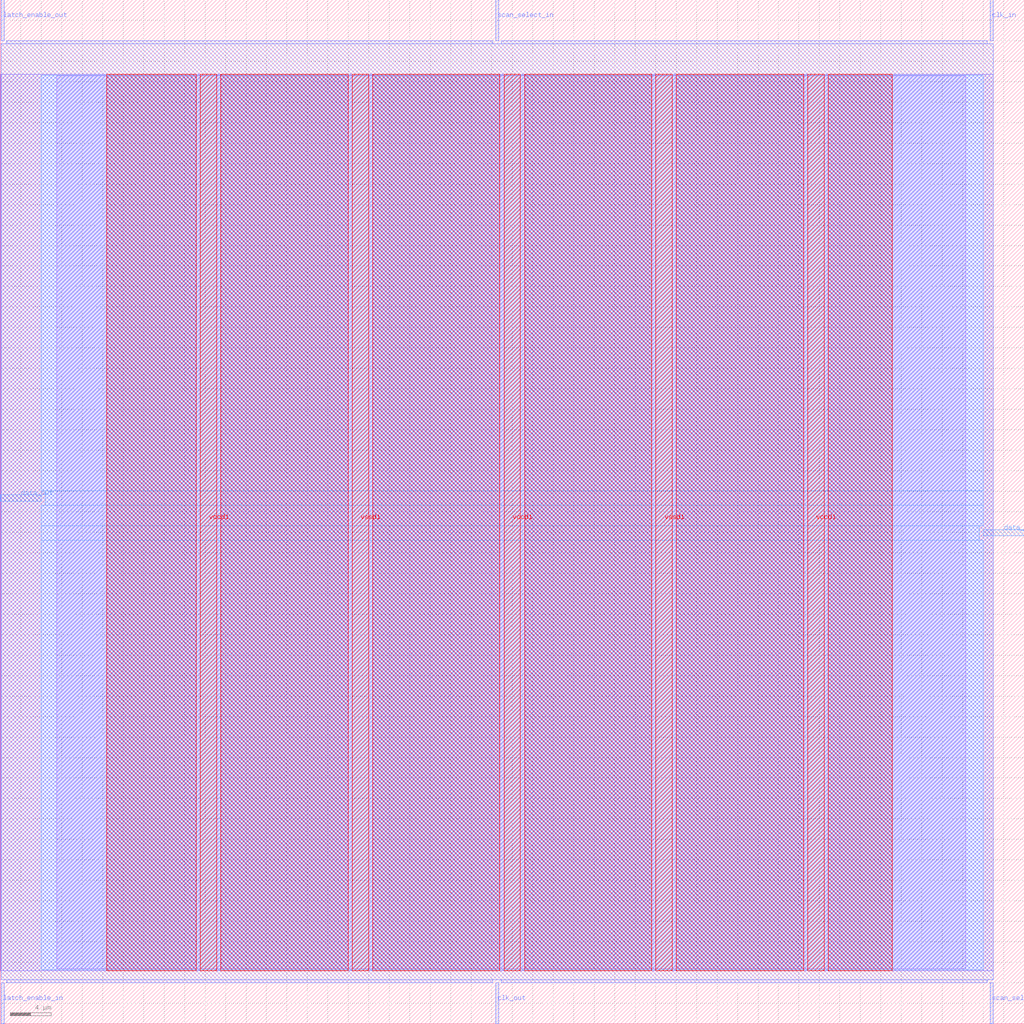
<source format=lef>
VERSION 5.7 ;
  NOWIREEXTENSIONATPIN ON ;
  DIVIDERCHAR "/" ;
  BUSBITCHARS "[]" ;
MACRO scan_wrapper_341271902949474898
  CLASS BLOCK ;
  FOREIGN scan_wrapper_341271902949474898 ;
  ORIGIN 0.000 0.000 ;
  SIZE 100.000 BY 100.000 ;
  PIN clk_in
    DIRECTION INPUT ;
    USE SIGNAL ;
    PORT
      LAYER met2 ;
        RECT 96.690 96.000 96.970 100.000 ;
    END
  END clk_in
  PIN clk_out
    DIRECTION OUTPUT TRISTATE ;
    USE SIGNAL ;
    PORT
      LAYER met2 ;
        RECT 48.390 0.000 48.670 4.000 ;
    END
  END clk_out
  PIN data_in
    DIRECTION INPUT ;
    USE SIGNAL ;
    PORT
      LAYER met3 ;
        RECT 96.000 47.640 100.000 48.240 ;
    END
  END data_in
  PIN data_out
    DIRECTION OUTPUT TRISTATE ;
    USE SIGNAL ;
    PORT
      LAYER met3 ;
        RECT 0.000 51.040 4.000 51.640 ;
    END
  END data_out
  PIN latch_enable_in
    DIRECTION INPUT ;
    USE SIGNAL ;
    PORT
      LAYER met2 ;
        RECT 0.090 0.000 0.370 4.000 ;
    END
  END latch_enable_in
  PIN latch_enable_out
    DIRECTION OUTPUT TRISTATE ;
    USE SIGNAL ;
    PORT
      LAYER met2 ;
        RECT 0.090 96.000 0.370 100.000 ;
    END
  END latch_enable_out
  PIN scan_select_in
    DIRECTION INPUT ;
    USE SIGNAL ;
    PORT
      LAYER met2 ;
        RECT 48.390 96.000 48.670 100.000 ;
    END
  END scan_select_in
  PIN scan_select_out
    DIRECTION OUTPUT TRISTATE ;
    USE SIGNAL ;
    PORT
      LAYER met2 ;
        RECT 96.690 0.000 96.970 4.000 ;
    END
  END scan_select_out
  PIN vccd1
    DIRECTION INPUT ;
    USE POWER ;
    PORT
      LAYER met4 ;
        RECT 19.550 5.200 21.150 92.720 ;
    END
    PORT
      LAYER met4 ;
        RECT 49.200 5.200 50.800 92.720 ;
    END
    PORT
      LAYER met4 ;
        RECT 78.855 5.200 80.455 92.720 ;
    END
  END vccd1
  PIN vssd1
    DIRECTION INPUT ;
    USE GROUND ;
    PORT
      LAYER met4 ;
        RECT 34.370 5.200 35.970 92.720 ;
    END
    PORT
      LAYER met4 ;
        RECT 64.025 5.200 65.625 92.720 ;
    END
  END vssd1
  OBS
      LAYER li1 ;
        RECT 5.520 5.355 94.300 92.565 ;
      LAYER met1 ;
        RECT 0.070 5.200 96.990 92.720 ;
      LAYER met2 ;
        RECT 0.650 95.720 48.110 96.000 ;
        RECT 48.950 95.720 96.410 96.000 ;
        RECT 0.100 4.280 96.960 95.720 ;
        RECT 0.650 4.000 48.110 4.280 ;
        RECT 48.950 4.000 96.410 4.280 ;
      LAYER met3 ;
        RECT 4.000 52.040 96.000 92.645 ;
        RECT 4.400 50.640 96.000 52.040 ;
        RECT 4.000 48.640 96.000 50.640 ;
        RECT 4.000 47.240 95.600 48.640 ;
        RECT 4.000 5.275 96.000 47.240 ;
      LAYER met4 ;
        RECT 10.415 5.200 19.150 92.720 ;
        RECT 21.550 5.200 33.970 92.720 ;
        RECT 36.370 5.200 48.800 92.720 ;
        RECT 51.200 5.200 63.625 92.720 ;
        RECT 66.025 5.200 78.455 92.720 ;
        RECT 80.855 5.200 87.105 92.720 ;
  END
END scan_wrapper_341271902949474898
END LIBRARY


</source>
